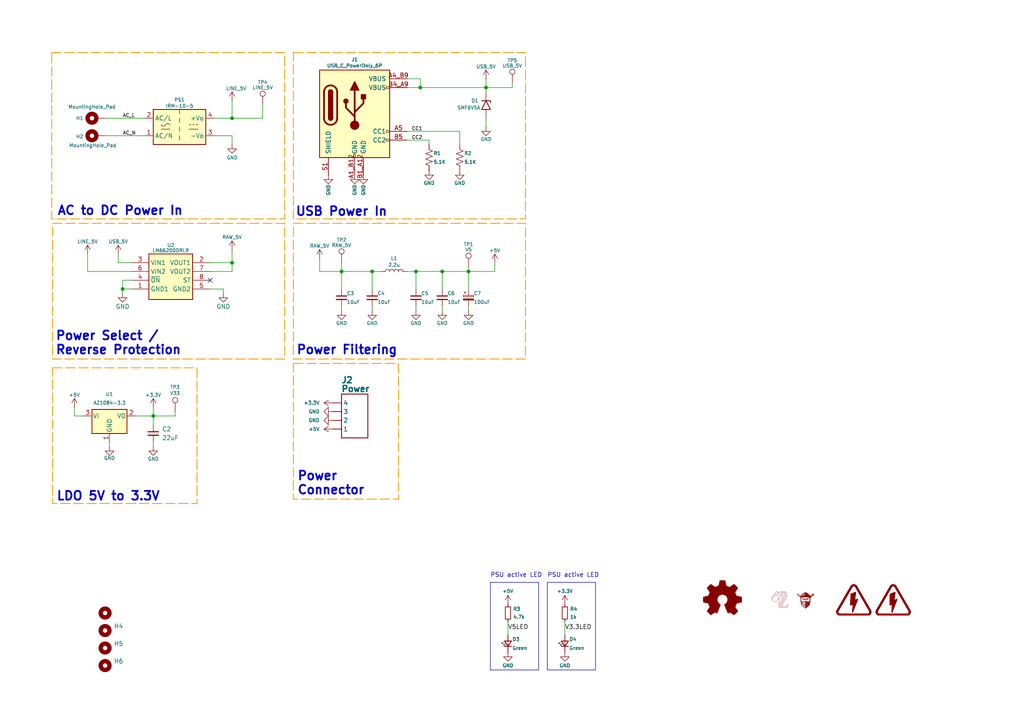
<source format=kicad_sch>
(kicad_sch (version 20250114) (generator "eeschema") (generator_version "9.0")
  (paper "A4")
  (title_block (title "Power Module") (date "2025-03-22") (rev "1.0") (company "CRG Makes") (comment 1 "Aquarius"))
  (lib_symbols
    (symbol "CRG Makes:IRM-10-5"
      (property "Reference" "PS" (at 0 6.35 0))
      (property "Value" "IRM-10-5" (at 0 -6.35 0))
      (symbol "IRM-10-5_1_1"
        (pin power_in line (at -10.16 2.54 0) (length 2.54) (name "AC/L") (number "2"))
        (pin power_in line (at -10.16 -2.54 0) (length 2.54) (name "AC/N") (number "1"))
        (pin power_out line (at 10.16 2.54 180) (length 2.54) (name "+Vo") (number "4"))
        (pin power_out line (at 10.16 -2.54 180) (length 2.54) (name "-Vo") (number "3"))
      )
    )
    (symbol "CRGM Connector:JST-SH-4"
      (property "Reference" "J" (at 0 2.794 0))
      (symbol "JST-SH-4_1_0"
        (pin passive line (at -2.54 0 0) (length 2.54) (name "4") (number "4"))
        (pin passive line (at -2.54 -2.54 0) (length 2.54) (name "3") (number "3"))
        (pin passive line (at -2.54 -5.08 0) (length 2.54) (name "2") (number "2"))
        (pin passive line (at -2.54 -7.62 0) (length 2.54) (name "1") (number "1"))
      )
    )
    (symbol "CRGM Connector:USB_C_PowerOnly_6P" (pin_names (offset 1.016))
      (property "Reference" "J" (at 0 16.51 0))
      (property "Value" "USB_C_PowerOnly_6P" (at 0 13.97 0))
      (symbol "USB_C_PowerOnly_6P_1_1"
        (pin passive line (at -7.62 -17.78 90) (length 5.08) (name "SHIELD") (number "S1"))
        (pin passive line (at 0 -17.78 90) (length 5.08) (name "GND") (number "A1_B12"))
        (pin passive line (at 2.54 -17.78 90) (length 5.08) (name "GND") (number "B1_A12"))
        (pin passive line (at 15.24 10.16 180) (length 5.08) (name "VBUS") (number "A4_B9"))
        (pin passive line (at 15.24 7.62 180) (length 5.08) (name "VBUS") (number "B4_A9"))
        (pin bidirectional line (at 15.24 -5.08 180) (length 5.08) (name "CC1") (number "A5"))
        (pin bidirectional line (at 15.24 -7.62 180) (length 5.08) (name "CC2") (number "B5"))
      )
    )
    (symbol "CRGM Logos:Aquarius Logo")
    (symbol "CRGM Logos:FNWW Face")
    (symbol "CRGM Power:AZ1084-3.3" (pin_names (offset 0.254))
      (property "Reference" "U" (at -3.81 3.175 0))
      (property "Value" "AZ1084-3.3" (at 0 3.175 0))
      (symbol "AZ1084-3.3_1_1"
        (pin power_in line (at -7.62 0 0) (length 2.54) (name "VI") (number "3"))
        (pin power_in line (at 0 -7.62 90) (length 2.54) (name "GND") (number "1"))
        (pin power_out line (at 7.62 0 180) (length 2.54) (name "VO") (number "2"))
      )
    )
    (symbol "CRGM Power:LM66200DRLR"
      (property "Reference" "U" (at -6.096 10.922 0))
      (property "Value" "LM66200DRLR" (at -6.096 8.382 0))
      (symbol "LM66200DRLR_1_1"
        (pin passive line (at -11.43 3.81 0) (length 5.08) (name "VIN1") (number "3"))
        (pin passive line (at -11.43 1.27 0) (length 5.08) (name "VIN2") (number "6"))
        (pin passive line (at -11.43 -1.27 0) (length 5.08) (name "~{ON}") (number "4"))
        (pin passive line (at -11.43 -3.81 0) (length 5.08) (name "GND1") (number "1"))
        (pin passive line (at 11.43 3.81 180) (length 5.08) (name "VOUT1") (number "2"))
        (pin passive line (at 11.43 1.27 180) (length 5.08) (name "VOUT2") (number "7"))
        (pin passive line (at 11.43 -1.27 180) (length 5.08) (name "ST") (number "8"))
        (pin passive line (at 11.43 -3.81 180) (length 5.08) (name "GND2") (number "5"))
      )
    )
    (symbol "CRGM Symbols:High Voltage")
    (symbol "Connector:TestPoint" (pin_numbers (hide yes)) (pin_names (offset 0.762) (hide yes))
      (property "Reference" "TP" (at 0 6.858 0))
      (property "Value" "TestPoint" (at 0 5.08 0))
      (symbol "TestPoint_1_1"
        (pin passive line (at 0 0 90) (length 2.54) (name "1") (number "1"))
      )
    )
    (symbol "Device:C_Polarized_Small" (pin_numbers (hide yes)) (pin_names (offset 0.254) (hide yes))
      (property "Reference" "C" (at 0.254 1.778 0))
      (property "Value" "C_Polarized_Small" (at 0.254 -2.032 0))
      (symbol "C_Polarized_Small_1_1"
        (pin passive line (at 0 2.54 270) (length 1.8542) (name "~") (number "1"))
        (pin passive line (at 0 -2.54 90) (length 1.8542) (name "~") (number "2"))
      )
    )
    (symbol "Device:C_Small" (pin_numbers (hide yes)) (pin_names (offset 0.254) (hide yes))
      (property "Reference" "C" (at 0.254 1.778 0))
      (property "Value" "C_Small" (at 0.254 -2.032 0))
      (symbol "C_Small_1_1"
        (pin passive line (at 0 2.54 270) (length 2.032) (name "~") (number "1"))
        (pin passive line (at 0 -2.54 90) (length 2.032) (name "~") (number "2"))
      )
    )
    (symbol "Device:L" (pin_numbers (hide yes)) (pin_names (offset 1.016) (hide yes))
      (property "Reference" "L" (at -1.27 0 90))
      (property "Value" "L" (at 1.905 0 90))
      (symbol "L_1_1"
        (pin passive line (at 0 3.81 270) (length 1.27) (name "1") (number "1"))
        (pin passive line (at 0 -3.81 90) (length 1.27) (name "2") (number "2"))
      )
    )
    (symbol "Device:LED_Small" (pin_numbers (hide yes)) (pin_names (offset 0.254) (hide yes))
      (property "Reference" "D" (at -1.27 3.175 0))
      (property "Value" "LED_Small" (at -4.445 -2.54 0))
      (symbol "LED_Small_1_1"
        (pin passive line (at -2.54 0 0) (length 1.778) (name "K") (number "1"))
        (pin passive line (at 2.54 0 180) (length 1.778) (name "A") (number "2"))
      )
    )
    (symbol "Device:R_Small" (pin_numbers (hide yes)) (pin_names (offset 0.254) (hide yes))
      (property "Reference" "R" (at 0.762 0.508 0))
      (property "Value" "R_Small" (at 0.762 -1.016 0))
      (symbol "R_Small_1_1"
        (pin passive line (at 0 2.54 270) (length 0.762) (name "~") (number "1"))
        (pin passive line (at 0 -2.54 90) (length 0.762) (name "~") (number "2"))
      )
    )
    (symbol "Device:R_US" (pin_numbers (hide yes)) (pin_names (offset 0))
      (property "Reference" "R" (at 2.54 0 90))
      (property "Value" "R_US" (at -2.54 0 90))
      (symbol "R_US_1_1"
        (pin passive line (at 0 3.81 270) (length 1.27) (name "~") (number "1"))
        (pin passive line (at 0 -3.81 90) (length 1.27) (name "~") (number "2"))
      )
    )
    (symbol "Diode:SMF6V5A" (pin_numbers (hide yes)) (pin_names (offset 1.016) (hide yes))
      (property "Reference" "D" (at 0 2.54 0))
      (property "Value" "SMF6V5A" (at 0 -2.54 0))
      (symbol "SMF6V5A_1_1"
        (pin passive line (at -3.81 0 0) (length 2.54) (name "A1") (number "1"))
        (pin passive line (at 3.81 0 180) (length 2.54) (name "A2") (number "2"))
      )
    )
    (symbol "Graphic:Logo_Open_Hardware_Small" (in_bom no) (on_board no))
    (symbol "Mechanical:MountingHole" (pin_names (offset 1.016)) (exclude_from_sim yes) (in_bom no)
      (property "Reference" "H" (at 0 5.08 0))
      (property "Value" "MountingHole" (at 0 3.175 0))
    )
    (symbol "Mechanical:MountingHole_Pad" (pin_numbers (hide yes)) (pin_names (offset 1.016) (hide yes)) (exclude_from_sim yes) (in_bom no)
      (property "Reference" "H" (at 0 6.35 0))
      (property "Value" "MountingHole_Pad" (at 0 4.445 0))
      (symbol "MountingHole_Pad_1_1"
        (pin input line (at 0 -2.54 90) (length 2.54) (name "1") (number "1"))
      )
    )
    (symbol "power:+3.3V" (power) (pin_numbers (hide yes)) (pin_names (offset 0) (hide yes))
      (property "Value" "+3.3V" (at 0 3.556 0))
      (symbol "+3.3V_1_1"
        (pin power_in line (at 0 0 90) (length 0) (name "~") (number "1"))
      )
    )
    (symbol "power:+5V" (power) (pin_numbers (hide yes)) (pin_names (offset 0) (hide yes))
      (property "Value" "+5V" (at 0 3.556 0))
      (symbol "+5V_1_1"
        (pin power_in line (at 0 0 90) (length 0) (name "~") (number "1"))
      )
    )
    (symbol "power:GND" (power) (pin_numbers (hide yes)) (pin_names (offset 0) (hide yes))
      (property "Value" "GND" (at 0 -3.81 0))
      (symbol "GND_1_1"
        (pin power_in line (at 0 0 270) (length 0) (name "~") (number "1"))
      )
    )
  )
  (rectangle (start 15 15.24) (end 82.55 63.5) (stroke (width 0.254) (type dash) (color 255 153 0 1)))
  (rectangle (start 85.09 105.41) (end 115.57 144.78) (stroke (width 0.254) (type dash) (color 255 153 0 1)))
  (rectangle (start 15.24 106.68) (end 57.15 146.05) (stroke (width 0.254) (type dash) (color 255 153 0 1)))
  (rectangle (start 15.24 64.77) (end 82.55 104.14) (stroke (width 0.254) (type dash) (color 255 153 0 1)))
  (rectangle (start 85.09 64.77) (end 152.4 104.14) (stroke (width 0.254) (type dash) (color 255 153 0 1)))
  (rectangle (start 85.09 15.24) (end 152.4 63.5) (stroke (width 0.254) (type dash) (color 255 153 0 1)))
  (text "AC to DC Power In" (at 16.51 61.214 0) (effects (font (size 2.54 2.54) (thickness 0.508) (bold yes)) (justify left)))
  (text "Power Filtering" (at 85.852 101.6 0) (effects (font (size 2.54 2.54) (thickness 0.508) (bold yes)) (justify left)))
  (text "Power\nConnector" (at 86.106 140.208 0) (effects (font (size 2.54 2.54) (thickness 0.508) (bold yes)) (justify left)))
  (text "USB Power In" (at 85.598 61.468 0) (effects (font (size 2.54 2.54) (thickness 0.508) (bold yes)) (justify left)))
  (text "PSU active LED" (at 158.75 167.64 0) (effects (font (size 1.27 1.27)) (justify left bottom)))
  (text "LDO 5V to 3.3V" (at 16.256 144.018 0) (effects (font (size 2.54 2.54) (thickness 0.508) (bold yes)) (justify left)))
  (text "Power Select /\nReverse Protection" (at 16.002 99.568 0) (effects (font (size 2.54 2.54) (thickness 0.508) (bold yes)) (justify left)))
  (text "PSU active LED" (at 142.24 167.64 0) (effects (font (size 1.27 1.27)) (justify left bottom)))
  (junction (at 135.89 78.74))
  (junction (at 67.31 76.2))
  (junction (at 121.92 25.4))
  (junction (at 107.95 78.74))
  (junction (at 35.56 83.82))
  (junction (at 99.06 78.74))
  (junction (at 120.65 78.74))
  (junction (at 67.31 34.29))
  (junction (at 44.45 120.65))
  (junction (at 140.97 25.4))
  (junction (at 128.27 78.74))
  (no_connect (at 60.96 81.28))
  (wire (pts (xy 44.45 118.11) (xy 44.45 120.65)))
  (wire (pts (xy 140.97 26.67) (xy 140.97 25.4)))
  (polyline (pts (xy 172.72 194.31) (xy 158.75 194.31)))
  (wire (pts (xy 99.06 78.74) (xy 99.06 83.82)))
  (wire (pts (xy 140.97 25.4) (xy 140.97 22.86)))
  (wire (pts (xy 34.29 76.2) (xy 34.29 73.66)))
  (wire (pts (xy 107.95 78.74) (xy 110.49 78.74)))
  (wire (pts (xy 76.2 30.48) (xy 76.2 34.29)))
  (wire (pts (xy 92.71 78.74) (xy 92.71 74.93)))
  (wire (pts (xy 120.65 88.9) (xy 120.65 90.17)))
  (wire (pts (xy 120.65 78.74) (xy 128.27 78.74)))
  (wire (pts (xy 148.59 24.13) (xy 148.59 25.4)))
  (wire (pts (xy 30.48 34.29) (xy 41.91 34.29)))
  (wire (pts (xy 135.89 83.82) (xy 135.89 78.74)))
  (wire (pts (xy 107.95 83.82) (xy 107.95 78.74)))
  (wire (pts (xy 50.8 120.65) (xy 50.8 119.38)))
  (wire (pts (xy 60.96 78.74) (xy 67.31 78.74)))
  (wire (pts (xy 124.46 40.64) (xy 124.46 41.91)))
  (wire (pts (xy 148.59 25.4) (xy 140.97 25.4)))
  (wire (pts (xy 133.35 38.1) (xy 133.35 41.91)))
  (wire (pts (xy 60.96 83.82) (xy 64.77 83.82)))
  (wire (pts (xy 67.31 39.37) (xy 62.23 39.37)))
  (polyline (pts (xy 156.21 194.31) (xy 142.24 194.31)))
  (wire (pts (xy 120.65 78.74) (xy 120.65 83.82)))
  (wire (pts (xy 67.31 34.29) (xy 76.2 34.29)))
  (wire (pts (xy 99.06 88.9) (xy 99.06 90.17)))
  (wire (pts (xy 163.83 184.15) (xy 163.83 180.34)))
  (wire (pts (xy 147.32 184.15) (xy 147.32 180.34)))
  (wire (pts (xy 135.89 77.47) (xy 135.89 78.74)))
  (polyline (pts (xy 172.72 168.91) (xy 172.72 194.31)))
  (wire (pts (xy 60.96 76.2) (xy 67.31 76.2)))
  (wire (pts (xy 44.45 128.27) (xy 44.45 129.54)))
  (wire (pts (xy 118.11 40.64) (xy 124.46 40.64)))
  (wire (pts (xy 99.06 78.74) (xy 107.95 78.74)))
  (polyline (pts (xy 158.75 168.91) (xy 158.75 194.31)))
  (wire (pts (xy 67.31 29.21) (xy 67.31 34.29)))
  (wire (pts (xy 128.27 83.82) (xy 128.27 78.74)))
  (wire (pts (xy 118.11 22.86) (xy 121.92 22.86)))
  (wire (pts (xy 44.45 120.65) (xy 44.45 123.19)))
  (wire (pts (xy 38.1 83.82) (xy 35.56 83.82)))
  (wire (pts (xy 121.92 22.86) (xy 121.92 25.4)))
  (wire (pts (xy 25.4 78.74) (xy 25.4 73.66)))
  (wire (pts (xy 31.75 129.54) (xy 31.75 128.27)))
  (wire (pts (xy 67.31 72.39) (xy 67.31 76.2)))
  (wire (pts (xy 35.56 81.28) (xy 35.56 83.82)))
  (wire (pts (xy 118.11 78.74) (xy 120.65 78.74)))
  (polyline (pts (xy 156.21 168.91) (xy 156.21 194.31)))
  (wire (pts (xy 44.45 120.65) (xy 50.8 120.65)))
  (wire (pts (xy 38.1 81.28) (xy 35.56 81.28)))
  (wire (pts (xy 62.23 34.29) (xy 67.31 34.29)))
  (polyline (pts (xy 158.75 168.91) (xy 172.72 168.91)))
  (wire (pts (xy 107.95 88.9) (xy 107.95 90.17)))
  (wire (pts (xy 21.59 120.65) (xy 24.13 120.65)))
  (wire (pts (xy 128.27 78.74) (xy 135.89 78.74)))
  (wire (pts (xy 67.31 41.91) (xy 67.31 39.37)))
  (wire (pts (xy 143.51 78.74) (xy 143.51 76.2)))
  (polyline (pts (xy 142.24 168.91) (xy 156.21 168.91)))
  (wire (pts (xy 99.06 76.2) (xy 99.06 78.74)))
  (wire (pts (xy 118.11 25.4) (xy 121.92 25.4)))
  (wire (pts (xy 121.92 25.4) (xy 140.97 25.4)))
  (wire (pts (xy 64.77 83.82) (xy 64.77 85.09)))
  (wire (pts (xy 135.89 78.74) (xy 143.51 78.74)))
  (wire (pts (xy 92.71 78.74) (xy 99.06 78.74)))
  (wire (pts (xy 39.37 120.65) (xy 44.45 120.65)))
  (wire (pts (xy 135.89 88.9) (xy 135.89 90.17)))
  (wire (pts (xy 21.59 118.11) (xy 21.59 120.65)))
  (wire (pts (xy 30.48 39.37) (xy 41.91 39.37)))
  (wire (pts (xy 35.56 83.82) (xy 35.56 85.09)))
  (wire (pts (xy 38.1 76.2) (xy 34.29 76.2)))
  (polyline (pts (xy 142.24 168.91) (xy 142.24 194.31)))
  (wire (pts (xy 128.27 88.9) (xy 128.27 90.17)))
  (wire (pts (xy 140.97 34.29) (xy 140.97 36.83)))
  (wire (pts (xy 38.1 78.74) (xy 25.4 78.74)))
  (wire (pts (xy 67.31 78.74) (xy 67.31 76.2)))
  (wire (pts (xy 118.11 38.1) (xy 133.35 38.1)))
  (label "AC_N" (at 35.56 39.37 0) (effects (font (size 1 1))))
  (label "CC1" (at 119.38 38.1 0) (effects (font (size 1 1))))
  (label "V5LED" (at 147.32 182.88 0))
  (label "CC2" (at 119.38 40.64 0) (effects (font (size 1 1))))
  (label "V3.3LED" (at 163.83 182.88 0))
  (label "AC_L" (at 35.56 34.29 0) (effects (font (size 1 1))))
  (symbol (lib_id "power:GND") (at 163.83 189.23 0) (unit 1)
    (property "Reference" "#PWR028" (effects (hide yes)))
    (property "Value" "GND" (at 163.83 193.04 0) (effects (font (size 1 1))))
  )
  (symbol (lib_id "Connector:TestPoint") (at 99.06 76.2 0) (mirror y) (unit 1) (in_bom no)
    (property "Reference" "TP2" (at 99.06 69.596 0) (effects (font (size 1 1))))
    (property "Value" "RAW_5V" (at 99.06 71.12 0) (effects (font (size 1 1))))
    (property "Footprint" "TestPoint:TestPoint_Pad_D1.0mm" (effects (hide yes)))
    (property "Description" "test point" (effects (hide yes)))
  )
  (symbol (lib_id "Mechanical:MountingHole") (at 30.48 177.8 0) (unit 1) (in_bom no)
    (property "Reference" "H3" (effects (hide yes)))
    (property "Value" "MountingHole" (effects (hide yes)))
    (property "Footprint" "CRGM Mechanical:MountingHole_3.2mm_M3_Pad_Via" (effects (hide yes)))
    (property "Description" "Mounting Hole without connection" (effects (hide yes)))
  )
  (symbol (lib_id "power:GND") (at 140.97 36.83 0) (unit 1)
    (property "Reference" "#PWR02" (effects (hide yes)))
    (property "Value" "GND" (at 140.97 40.386 0) (effects (font (size 1 1))))
  )
  (symbol (lib_id "Device:C_Small") (at 44.45 125.73 0) (unit 1)
    (property "Reference" "C2" (at 46.99 124.46 0) (effects (justify left)))
    (property "Value" "22uF" (at 46.99 127 0) (effects (justify left)))
    (property "Footprint" "Capacitor_SMD:C_0603_1608Metric" (effects (hide yes)))
    (property "Datasheet" "https://www.mouser.com/datasheet/2/585/MLCC-1837944.pdf" (effects (hide yes)))
    (property "Description" "CAP CER 22UF 16V X5R 0603" (effects (hide yes)))
    (property "MF" "Samsung" (effects (hide yes)))
    (property "MPN" "CL10A226MO7JZNC" (effects (hide yes)))
    (property "LCSC" "C2762594" (effects (hide yes)))
    (property "Digikey" "1276-7076-2-ND" (effects (hide yes)))
    (property "Mouser" "187-CL10A226MO7JZNC" (effects (hide yes)))
  )
  (symbol (lib_id "power:+5V") (at 143.51 76.2 0) (unit 1)
    (property "Reference" "#PWR09" (effects (hide yes)))
    (property "Value" "+5V" (at 143.51 72.644 0) (effects (font (size 1 1))))
    (property "Description" "Power symbol creates a global label with name \"+5V\"" (effects (hide yes)))
  )
  (symbol (lib_id "power:+5V") (at 96.52 124.46 90) (unit 1)
    (property "Reference" "#PWR015" (effects (hide yes)))
    (property "Value" "+5V" (at 92.71 124.4599 90) (effects (font (size 1 1)) (justify left)))
    (property "Description" "Power symbol creates a global label with name \"+5V\"" (effects (hide yes)))
  )
  (symbol (lib_id "power:GND") (at 107.95 90.17 0) (unit 1)
    (property "Reference" "#PWR021" (effects (hide yes)))
    (property "Value" "GND" (at 107.95 93.726 0) (effects (font (size 1 1))))
  )
  (symbol (lib_id "power:GND") (at 95.25 50.8 0) (unit 1)
    (property "Reference" "#PWR06" (effects (hide yes)))
    (property "Value" "GND" (at 95.25 55.118 90) (effects (font (size 1 1))))
    (property "Description" "Power symbol creates a global label with name \"GND\" , ground" (effects (hide yes)))
  )
  (symbol (lib_id "Device:R_Small") (at 147.32 177.8 0) (unit 1)
    (property "Reference" "R3" (at 148.8186 176.6316 0) (effects (font (size 1 1)) (justify left)))
    (property "Value" "4.7k" (at 148.8186 178.943 0) (effects (font (size 1 1)) (justify left)))
    (property "Footprint" "Resistor_SMD:R_0603_1608Metric" (effects (hide yes)))
    (property "Datasheet" "https://www.vishay.com/docs/28773/crcwce3.pdf" (effects (hide yes)))
    (property "Description" "Thick Film Resistors - SMD 1/10Watt 4.7Kohms 5% Commercial Use" (effects (hide yes)))
    (property "MN" "FOJAN" (effects (hide yes)))
    (property "MPN" "FRC0603J472 TS" (effects (hide yes)))
    (property "Mouser" "71-CRCW06034K70JNEAC" (effects (hide yes)))
    (property "Digikey" "541-3993-2-ND" (effects (hide yes)))
    (property "LCSC" "C2907166" (effects (hide yes)))
  )
  (symbol (lib_id "power:+3.3V") (at 96.52 116.84 90) (unit 1)
    (property "Reference" "#PWR012" (effects (hide yes)))
    (property "Value" "+3.3V" (at 92.71 116.8399 90) (effects (font (size 1 1)) (justify left)))
    (property "Description" "Power symbol creates a global label with name \"+3.3V\"" (effects (hide yes)))
  )
  (symbol (lib_id "power:GND") (at 128.27 90.17 0) (unit 1)
    (property "Reference" "#PWR023" (effects (hide yes)))
    (property "Value" "GND" (at 128.27 93.726 0) (effects (font (size 1 1))))
  )
  (symbol (lib_id "power:+5V") (at 67.31 72.39 0) (unit 1)
    (property "Reference" "#PWR032" (effects (hide yes)))
    (property "Value" "RAW_5V" (at 67.31 69.342 0) (effects (font (size 1 1)) (justify bottom)))
    (property "Description" "Power symbol creates a global label with name \"+5V\"" (effects (hide yes)))
  )
  (symbol (lib_id "power:GND") (at 96.52 119.38 270) (unit 1)
    (property "Reference" "#PWR013" (effects (hide yes)))
    (property "Value" "GND" (at 92.71 119.3799 90) (effects (font (size 1 1)) (justify right)))
    (property "Description" "Power symbol creates a global label with name \"GND\" , ground" (effects (hide yes)))
  )
  (symbol (lib_id "power:GND") (at 133.35 49.53 0) (unit 1)
    (property "Reference" "#PWR05" (effects (hide yes)))
    (property "Value" "GND" (at 133.35 53.086 0) (effects (font (size 1 1))))
    (property "Description" "Power symbol creates a global label with name \"GND\" , ground" (effects (hide yes)))
  )
  (symbol (lib_id "Graphic:Logo_Open_Hardware_Small") (at 209.55 173.99 0) (unit 1) (in_bom no)
    (property "Reference" "LOGO2" (effects (hide yes)))
    (property "Value" "Logo_Open_Hardware_Small" (effects (hide yes)))
    (property "Footprint" "Symbol:OSHW-Logo_5.7x6mm_SilkScreen" (effects (hide yes)))
    (property "Description" "Open Hardware logo, small" (effects (hide yes)))
  )
  (symbol (lib_id "power:GND") (at 99.06 90.17 0) (unit 1)
    (property "Reference" "#PWR020" (effects (hide yes)))
    (property "Value" "GND" (at 99.06 93.726 0) (effects (font (size 1 1))))
  )
  (symbol (lib_id "power:GND") (at 64.77 85.09 0) (unit 1)
    (property "Reference" "#PWR031" (effects (hide yes)))
    (property "Value" "GND" (at 64.77 88.9 0))
    (property "Description" "Power symbol creates a global label with name \"GND\" , ground" (effects (hide yes)))
  )
  (symbol (lib_id "Device:L") (at 114.3 78.74 90) (unit 1)
    (property "Reference" "L1" (at 114.3 74.93 90) (effects (font (size 1 1))))
    (property "Value" "2.2u" (at 114.3 76.835 90) (effects (font (size 1 1))))
    (property "Footprint" "Inductor_SMD:L_Sunlord_MWSA0402S" (effects (hide yes)))
    (property "Datasheet" "https://jlcpcb.com/api/file/downloadByFileSystemAccessId/8552174640249257984" (effects (hide yes)))
    (property "Description" "4.5A 2.2uH ±20% 5A SMD,4.4x4.2mm Power Inductors" (effects (hide yes)))
    (property "MN" "Sunlord" (effects (hide yes)))
    (property "MPN" "MWSA0402S-2R2MT" (effects (hide yes)))
    (property "JLCPCB" "C408335" (effects (hide yes)))
    (property "LCSC" "C408335" (effects (hide yes)))
    (property "Mouser" "673-PA4332222NLT" (effects (hide yes)))
    (property "Digikey" "553-3290-2-ND" (effects (hide yes)))
  )
  (symbol (lib_id "Device:C_Small") (at 107.95 86.36 0) (unit 1)
    (property "Reference" "C4" (at 109.474 85.09 0) (effects (font (size 1 1)) (justify left)))
    (property "Value" "10uF" (at 109.474 87.63 0) (effects (font (size 1 1)) (justify left)))
    (property "Footprint" "Capacitor_SMD:C_0603_1608Metric" (effects (hide yes)))
    (property "Datasheet" "https://mm.digikey.com/Volume0/opasdata/d220001/medias/docus/43/CL10A106MO8NQNC_Spec.pdf" (effects (hide yes)))
    (property "Description" "CAP CER 10UF 16V X5R 0603" (effects (hide yes)))
    (property "MF" "Samsung" (effects (hide yes)))
    (property "MPN" "CL10A106MO8NQNC" (effects (hide yes)))
    (property "LCSC" "C92487" (effects (hide yes)))
    (property "Digikey" "1276-1870-2-ND" (effects (hide yes)))
    (property "Mouser" "187-CL10A106MO8NQNC" (effects (hide yes)))
  )
  (symbol (lib_id "Device:C_Polarized_Small") (at 135.89 86.36 0) (unit 1)
    (property "Reference" "C7" (at 137.414 85.09 0) (effects (font (size 1 1)) (justify left)))
    (property "Value" "100uF" (at 137.414 87.63 0) (effects (font (size 1 1)) (justify left)))
    (property "Footprint" "Capacitor_SMD:CP_Elec_6.3x7.7" (effects (hide yes)))
    (property "Datasheet" "https://www.nichicon.co.jp/english/series_items/catalog_pdf/e-uwt.pdf" (effects (hide yes)))
    (property "Description" "100uF 35V ±20% SMD,D6.3xL7.7mm Aluminum Electrolytic Capacitors" (effects (hide yes)))
    (property "JLCPCB" "C3339" (effects (hide yes)))
    (property "LCSC" "C3339" (effects (hide yes)))
    (property "Mouser" "647-UWT1V101MCL1S" (effects (hide yes)))
    (property "Digikey" "493-2203-2-ND" (effects (hide yes)))
    (property "Notes" "35V/Aluminum" (effects (hide yes)))
  )
  (symbol (lib_id "CRGM Symbols:High Voltage") (at 247.65 173.99 0) (unit 1) (in_bom no)
    (property "Reference" "S1" (effects (hide yes)))
    (property "Footprint" "CRGM Symbols:HIGH-VOLTAGE-5MM" (effects (hide yes)))
  )
  (symbol (lib_id "Mechanical:MountingHole") (at 30.48 187.96 0) (unit 1) (in_bom no)
    (property "Reference" "H5" (at 33.02 186.6899 0) (effects (justify left)))
    (property "Value" "MountingHole" (effects (hide yes)))
    (property "Footprint" "CRGM Mechanical:MountingHole_3.2mm_M3_Pad_Via" (effects (hide yes)))
    (property "Description" "Mounting Hole without connection" (effects (hide yes)))
  )
  (symbol (lib_id "power:+5V") (at 140.97 22.86 0) (unit 1)
    (property "Reference" "#PWR019" (effects (hide yes)))
    (property "Value" "USB_5V" (at 140.97 19.304 0) (effects (font (size 1 1))))
    (property "Description" "Power symbol creates a global label with name \"+5V\"" (effects (hide yes)))
  )
  (symbol (lib_id "power:GND") (at 102.87 50.8 0) (unit 1)
    (property "Reference" "#PWR07" (effects (hide yes)))
    (property "Value" "GND" (at 102.87 55.118 90) (effects (font (size 1 1))))
    (property "Description" "Power symbol creates a global label with name \"GND\" , ground" (effects (hide yes)))
  )
  (symbol (lib_id "power:GND") (at 120.65 90.17 0) (unit 1)
    (property "Reference" "#PWR022" (effects (hide yes)))
    (property "Value" "GND" (at 120.65 93.726 0) (effects (font (size 1 1))))
  )
  (symbol (lib_id "power:GND") (at 96.52 121.92 270) (unit 1)
    (property "Reference" "#PWR014" (effects (hide yes)))
    (property "Value" "GND" (at 92.71 121.9199 90) (effects (font (size 1 1)) (justify right)))
    (property "Description" "Power symbol creates a global label with name \"GND\" , ground" (effects (hide yes)))
  )
  (symbol (lib_id "power:+5V") (at 147.32 175.26 0) (unit 1)
    (property "Reference" "#PWR025" (effects (hide yes)))
    (property "Value" "+5V" (at 147.32 171.45 0) (effects (font (size 1 1))))
  )
  (symbol (lib_id "power:+5V") (at 21.59 118.11 0) (unit 1)
    (property "Reference" "#PWR010" (effects (hide yes)))
    (property "Value" "+5V" (at 21.59 114.554 0) (effects (font (size 1 1))))
    (property "Description" "Power symbol creates a global label with name \"+5V\"" (effects (hide yes)))
  )
  (symbol (lib_id "Device:C_Small") (at 128.27 86.36 0) (unit 1)
    (property "Reference" "C6" (at 129.794 85.09 0) (effects (font (size 1 1)) (justify left)))
    (property "Value" "10uF" (at 129.794 87.63 0) (effects (font (size 1 1)) (justify left)))
    (property "Footprint" "Capacitor_SMD:C_0603_1608Metric" (effects (hide yes)))
    (property "Datasheet" "https://mm.digikey.com/Volume0/opasdata/d220001/medias/docus/43/CL10A106MO8NQNC_Spec.pdf" (effects (hide yes)))
    (property "Description" "CAP CER 10UF 16V X5R 0603" (effects (hide yes)))
    (property "MF" "Samsung" (effects (hide yes)))
    (property "MPN" "CL10A106MO8NQNC" (effects (hide yes)))
    (property "LCSC" "C92487" (effects (hide yes)))
    (property "Digikey" "1276-1870-2-ND" (effects (hide yes)))
    (property "Mouser" "187-CL10A106MO8NQNC" (effects (hide yes)))
  )
  (symbol (lib_id "power:GND") (at 44.45 129.54 0) (unit 1)
    (property "Reference" "#PWR018" (effects (hide yes)))
    (property "Value" "GND" (at 44.45 133.096 0) (effects (font (size 1 1))))
    (property "Description" "Power symbol creates a global label with name \"GND\" , ground" (effects (hide yes)))
  )
  (symbol (lib_id "CRGM Logos:FNWW Face") (at 233.68 176.53 0) (unit 1) (in_bom no)
    (property "Reference" "LOGO1" (effects (hide yes)))
    (property "Footprint" "CRGM Logos:FNWW Face 10mm" (effects (hide yes)))
  )
  (symbol (lib_id "Diode:SMF6V5A") (at 140.97 30.48 270) (unit 1)
    (property "Reference" "D1" (at 136.652 29.21 90) (effects (font (size 1 1)) (justify left)))
    (property "Value" "SMF6V5A" (at 132.588 31.242 90) (effects (font (size 1 1)) (justify left)))
    (property "Footprint" "Diode_SMD:D_SOD-123F" (effects (hide yes)))
    (property "Datasheet" "https://www.littelfuse.com/assetdocs/tvs-diodes-smf-datasheet?assetguid=7EB8A5B6-BDD0-4561-8F19-0C3CC6F9B2AF" (effects (hide yes)))
    (property "Description" "17.9A 200W 11.2V 7.22V 6.5V SOD-123FL ESD and Surge Protection" (effects (hide yes)))
    (property "MN" "Little Fuse" (effects (hide yes)))
    (property "MPN" "SMF6.5A" (effects (hide yes)))
    (property "LCSC" "C2943842" (effects (hide yes)))
    (property "JLCPCB" "C2943842" (effects (hide yes)))
    (property "JLCPCB Datasheet" "https://jlcpcb.com/api/file/downloadByFileSystemAccessId/8590221699737153536" (effects (hide yes)))
    (property "Mouser PN" "576-SMF6.5A" (effects (hide yes)))
    (property "Digikey PN" "F5750TR-ND" (effects (hide yes)))
  )
  (symbol (lib_id "Device:R_US") (at 124.46 45.72 0) (unit 1)
    (property "Reference" "R1" (at 125.73 44.45 0) (effects (font (size 1 1)) (justify left)))
    (property "Value" "5.1K" (at 125.73 46.99 0) (effects (font (size 1 1)) (justify left)))
    (property "Footprint" "Resistor_SMD:R_0603_1608Metric" (effects (hide yes)))
    (property "Datasheet" "https://jlcpcb.com/api/file/downloadByFileSystemAccessId/8589837035717488640" (effects (hide yes)))
    (property "Description" "100mW Thick Film Resistors 75V ±100ppm/℃ ±5% 5.1kΩ 0603 Chip Resistor" (effects (hide yes)))
    (property "MF" "FOJAN" (effects (hide yes)))
    (property "MPN" "FRC0603J512 TS" (effects (hide yes)))
    (property "LCSC" "C2907114" (effects (hide yes)))
  )
  (symbol (lib_id "power:+5V") (at 34.29 73.66 0) (unit 1)
    (property "Reference" "#PWR029" (effects (hide yes)))
    (property "Value" "USB_5V" (at 34.29 70.612 0) (effects (font (size 1 1)) (justify bottom)))
    (property "Description" "Power symbol creates a global label with name \"+5V\"" (effects (hide yes)))
  )
  (symbol (lib_id "power:GND") (at 67.31 41.91 0) (unit 1)
    (property "Reference" "#PWR03" (effects (hide yes)))
    (property "Value" "GND" (at 67.31 45.72 0) (effects (font (size 1 1))))
    (property "Description" "Power symbol creates a global label with name \"GND\" , ground" (effects (hide yes)))
  )
  (symbol (lib_id "power:+5V") (at 25.4 73.66 0) (unit 1)
    (property "Reference" "#PWR016" (effects (hide yes)))
    (property "Value" "LINE_5V" (at 25.4 70.612 0) (effects (font (size 1 1)) (justify bottom)))
    (property "Description" "Power symbol creates a global label with name \"+5V\"" (effects (hide yes)))
  )
  (symbol (lib_id "Device:C_Small") (at 120.65 86.36 0) (unit 1)
    (property "Reference" "C5" (at 122.174 85.09 0) (effects (font (size 1 1)) (justify left)))
    (property "Value" "10uF" (at 122.174 87.63 0) (effects (font (size 1 1)) (justify left)))
    (property "Footprint" "Capacitor_SMD:C_0603_1608Metric" (effects (hide yes)))
    (property "Datasheet" "https://mm.digikey.com/Volume0/opasdata/d220001/medias/docus/43/CL10A106MO8NQNC_Spec.pdf" (effects (hide yes)))
    (property "Description" "CAP CER 10UF 16V X5R 0603" (effects (hide yes)))
    (property "MF" "Samsung" (effects (hide yes)))
    (property "MPN" "CL10A106MO8NQNC" (effects (hide yes)))
    (property "LCSC" "C92487" (effects (hide yes)))
    (property "Digikey" "1276-1870-2-ND" (effects (hide yes)))
    (property "Mouser" "187-CL10A106MO8NQNC" (effects (hide yes)))
  )
  (symbol (lib_id "Device:LED_Small") (at 163.83 186.69 90) (unit 1)
    (property "Reference" "D4" (at 165.1 185.42 90) (effects (font (size 1 1)) (justify right)))
    (property "Value" "Green" (at 165.1 187.96 90) (effects (font (size 1 1)) (justify right)))
    (property "Footprint" "LED_SMD:LED_0603_1608Metric" (effects (hide yes)))
    (property "Datasheet" "https://optoelectronics.liteon.com/upload/download/DS22-2000-228/LTST-C191KGKT.PDF" (effects (hide yes)))
    (property "Description" "LED GREEN CLEAR SMD 2V" (effects (hide yes)))
    (property "MN" "XINGLIGHT" (effects (hide yes)))
    (property "MPN" "XL-1608UGC-04" (effects (hide yes)))
    (property "Mouser" "859-LTST-C191KGKT" (effects (hide yes)))
    (property "Digikey" "160-1446-2-ND" (effects (hide yes)))
    (property "LCSC" "C965804" (effects (hide yes)))
  )
  (symbol (lib_id "power:GND") (at 35.56 85.09 0) (unit 1)
    (property "Reference" "#PWR030" (effects (hide yes)))
    (property "Value" "GND" (at 35.56 88.9 0))
    (property "Description" "Power symbol creates a global label with name \"GND\" , ground" (effects (hide yes)))
  )
  (symbol (lib_id "power:+5V") (at 67.31 29.21 0) (unit 1)
    (property "Reference" "#PWR01" (effects (hide yes)))
    (property "Value" "LINE_5V" (at 65.532 25.654 0) (effects (font (size 1 1)) (justify left)))
    (property "Description" "Power symbol creates a global label with name \"+5V\"" (effects (hide yes)))
  )
  (symbol (lib_id "power:GND") (at 135.89 90.17 0) (unit 1)
    (property "Reference" "#PWR024" (effects (hide yes)))
    (property "Value" "GND" (at 135.89 93.726 0) (effects (font (size 1 1))))
  )
  (symbol (lib_id "power:GND") (at 31.75 129.54 0) (unit 1)
    (property "Reference" "#PWR017" (effects (hide yes)))
    (property "Value" "GND" (at 31.75 132.842 0) (effects (font (size 1 1))))
  )
  (symbol (lib_id "Mechanical:MountingHole") (at 30.48 182.88 0) (unit 1) (in_bom no)
    (property "Reference" "H4" (at 33.02 181.6099 0) (effects (justify left)))
    (property "Value" "MountingHole" (effects (hide yes)))
    (property "Footprint" "CRGM Mechanical:MountingHole_3.2mm_M3_Pad_Via" (effects (hide yes)))
    (property "Description" "Mounting Hole without connection" (effects (hide yes)))
  )
  (symbol (lib_id "Device:C_Small") (at 99.06 86.36 0) (unit 1)
    (property "Reference" "C3" (at 100.584 85.09 0) (effects (font (size 1 1)) (justify left)))
    (property "Value" "10uF" (at 100.584 87.63 0) (effects (font (size 1 1)) (justify left)))
    (property "Footprint" "Capacitor_SMD:C_0603_1608Metric" (effects (hide yes)))
    (property "Datasheet" "https://mm.digikey.com/Volume0/opasdata/d220001/medias/docus/43/CL10A106MO8NQNC_Spec.pdf" (effects (hide yes)))
    (property "Description" "CAP CER 10UF 16V X5R 0603" (effects (hide yes)))
    (property "MF" "Samsung" (effects (hide yes)))
    (property "MPN" "CL10A106MO8NQNC" (effects (hide yes)))
    (property "LCSC" "C92487" (effects (hide yes)))
    (property "Digikey" "1276-1870-2-ND" (effects (hide yes)))
    (property "Mouser" "187-CL10A106MO8NQNC" (effects (hide yes)))
  )
  (symbol (lib_id "CRGM Connector:JST-SH-4") (at 99.06 116.84 0) (unit 1)
    (property "Reference" "J2" (at 98.806 110.236 0) (effects (font (size 1.778 1.778) (thickness 0.3556) (bold yes)) (justify left)))
    (property "Value" "Power" (at 98.806 112.776 0) (effects (font (size 1.778 1.778) (thickness 0.3556) (bold yes)) (justify left)))
    (property "Footprint" "Connector_JST:JST_SH_SM04B-SRSS-TB_1x04-1MP_P1.00mm_Horizontal" (effects (hide yes)))
    (property "Description" "JST SH 1.0mm 4 Position" (effects (hide yes)))
    (property "MN" "JST" (effects (hide yes)))
    (property "MPN" "SM04B-SRSS-TB" (effects (hide yes)))
    (property "LCSC" "C2763614" (effects (hide yes)))
  )
  (symbol (lib_id "CRGM Power:AZ1084-3.3") (at 31.75 120.65 0) (unit 1)
    (property "Reference" "U1" (at 31.75 114.3 0) (effects (font (size 1 1))))
    (property "Value" "AZ1084-3.3" (at 31.75 116.84 0) (effects (font (size 1 1))))
    (property "Footprint" "Package_TO_SOT_SMD:TO-252-2" (effects (hide yes)))
    (property "Datasheet" "https://www.diodes.com/assets/Datasheets/AZ1084.pdf" (effects (hide yes)))
    (property "Description" "5A 12V Fixed LDO Linear Regulator, 1.5V, TO-220/TO-252/TO-263" (effects (hide yes)))
    (property "MN" "Diodes Incorporated" (effects (hide yes)))
    (property "MPN" "AZ1084CD-3.3TRG1" (effects (hide yes)))
    (property "Mouser" "621-AZ1084CD-3.3TRG1" (effects (hide yes)))
    (property "Digikey" "AZ1084CD-3.3TRG1DITR-ND" (effects (hide yes)))
    (property "LCSC" "C151391" (effects (hide yes)))
  )
  (symbol (lib_id "Connector:TestPoint") (at 135.89 77.47 0) (mirror y) (unit 1) (in_bom no)
    (property "Reference" "TP1" (at 135.89 70.866 0) (effects (font (size 1 1))))
    (property "Value" "V5" (at 135.89 72.39 0) (effects (font (size 1 1))))
    (property "Footprint" "TestPoint:TestPoint_Pad_D1.0mm" (effects (hide yes)))
    (property "Description" "test point" (effects (hide yes)))
  )
  (symbol (lib_id "CRGM Symbols:High Voltage") (at 259.08 173.99 0) (unit 1) (in_bom no)
    (property "Reference" "S2" (effects (hide yes)))
    (property "Footprint" "CRGM Symbols:HIGH-VOLTAGE-5MM" (effects (hide yes)))
  )
  (symbol (lib_id "CRGM Connector:USB_C_PowerOnly_6P") (at 102.87 33.02 0) (unit 1)
    (property "Reference" "J1" (at 102.87 17.272 0) (effects (font (size 1 1))))
    (property "Value" "USB_C_PowerOnly_6P" (at 102.87 19.05 0) (effects (font (size 1 1))))
    (property "Footprint" "CRGM Connector:GCT_USB4105-GF-A" (effects (hide yes)))
    (property "Datasheet" "https://www.usb.org/sites/default/files/documents/usb_type-c.zip" (effects (hide yes)))
    (property "Description" "USB Power-Only 6P Type-C Receptacle connector" (effects (hide yes)))
    (property "LCSC" "C165948" (effects (hide yes)))
    (property "MN" "GTC" (effects (hide yes)))
    (property "MPN" "USB4105-GF-A-060" (effects (hide yes)))
    (property "Mouser" "640-USB4105-GF-A-060" (effects (hide yes)))
    (property "Digikey" "2073-USB4105-GF-A-060TR-ND" (effects (hide yes)))
  )
  (symbol (lib_id "power:GND") (at 124.46 49.53 0) (unit 1)
    (property "Reference" "#PWR04" (effects (hide yes)))
    (property "Value" "GND" (at 124.46 53.086 0) (effects (font (size 1 1))))
    (property "Description" "Power symbol creates a global label with name \"GND\" , ground" (effects (hide yes)))
  )
  (symbol (lib_id "power:+5V") (at 92.71 74.93 0) (unit 1)
    (property "Reference" "#PWR033" (effects (hide yes)))
    (property "Value" "RAW_5V" (at 92.71 71.882 0) (effects (font (size 1 1)) (justify bottom)))
    (property "Description" "Power symbol creates a global label with name \"+5V\"" (effects (hide yes)))
  )
  (symbol (lib_id "CRGM Logos:Aquarius Logo") (at 226.06 176.53 0) (unit 1) (in_bom no)
    (property "Reference" "LOGO3" (effects (hide yes)))
    (property "Footprint" "CRGM Logos:Aquarius Logo 10mm" (effects (hide yes)))
  )
  (symbol (lib_id "power:+3.3V") (at 44.45 118.11 0) (unit 1)
    (property "Reference" "#PWR011" (effects (hide yes)))
    (property "Value" "+3.3V" (at 44.45 114.554 0) (effects (font (size 1 1))))
    (property "Description" "Power symbol creates a global label with name \"+3.3V\"" (effects (hide yes)))
  )
  (symbol (lib_id "Device:R_Small") (at 163.83 177.8 0) (unit 1)
    (property "Reference" "R4" (at 165.3286 176.6316 0) (effects (font (size 1 1)) (justify left)))
    (property "Value" "1k" (at 165.3286 178.943 0) (effects (font (size 1 1)) (justify left)))
    (property "Footprint" "Resistor_SMD:R_0603_1608Metric" (effects (hide yes)))
    (property "Datasheet" "https://www.vishay.com/docs/20035/dcrcwe3.pdf" (effects (hide yes)))
    (property "Description" "Thick Film Resistors - SMD 1/10watt 1.0Kohms 1%" (effects (hide yes)))
    (property "MN" "Vishay" (effects (hide yes)))
    (property "MPN" "CRCW06031K00FKEA" (effects (hide yes)))
    (property "Mouser" "71-CRCW0603-1.0K-E3" (effects (hide yes)))
    (property "Digikey" "541-1.00KHTR-ND" (effects (hide yes)))
    (property "LCSC" "C2907113" (effects (hide yes)))
  )
  (symbol (lib_id "Connector:TestPoint") (at 76.2 30.48 0) (mirror y) (unit 1) (in_bom no)
    (property "Reference" "TP4" (at 76.2 23.876 0) (effects (font (size 1 1))))
    (property "Value" "LINE_5V" (at 76.2 25.4 0) (effects (font (size 1 1))))
    (property "Footprint" "TestPoint:TestPoint_Pad_D1.0mm" (effects (hide yes)))
    (property "Description" "test point" (effects (hide yes)))
  )
  (symbol (lib_id "Connector:TestPoint") (at 50.8 119.38 0) (unit 1) (in_bom no)
    (property "Reference" "TP3" (at 49.276 112.268 0) (effects (font (size 1 1)) (justify left)))
    (property "Value" "V33" (at 49.276 114.046 0) (effects (font (size 1 1)) (justify left)))
    (property "Footprint" "TestPoint:TestPoint_Pad_D1.0mm" (effects (hide yes)))
    (property "Description" "test point" (effects (hide yes)))
  )
  (symbol (lib_id "Device:LED_Small") (at 147.32 186.69 90) (unit 1)
    (property "Reference" "D3" (at 148.59 185.42 90) (effects (font (size 1 1)) (justify right)))
    (property "Value" "Green" (at 148.59 187.96 90) (effects (font (size 1 1)) (justify right)))
    (property "Footprint" "LED_SMD:LED_0603_1608Metric" (effects (hide yes)))
    (property "Datasheet" "https://optoelectronics.liteon.com/upload/download/DS22-2000-228/LTST-C191KGKT.PDF" (effects (hide yes)))
    (property "Description" "LED GREEN CLEAR SMD 2V" (effects (hide yes)))
    (property "MN" "XINGLIGHT" (effects (hide yes)))
    (property "MPN" "XL-1608UGC-04" (effects (hide yes)))
    (property "Mouser" "859-LTST-C191KGKT" (effects (hide yes)))
    (property "Digikey" "160-1446-2-ND" (effects (hide yes)))
    (property "LCSC" "C965804" (effects (hide yes)))
  )
  (symbol (lib_id "power:+3.3V") (at 163.83 175.26 0) (unit 1)
    (property "Reference" "#PWR026" (effects (hide yes)))
    (property "Value" "+3.3V" (at 163.83 171.45 0) (effects (font (size 1 1))))
  )
  (symbol (lib_id "Device:R_US") (at 133.35 45.72 0) (unit 1)
    (property "Reference" "R2" (at 134.62 44.45 0) (effects (font (size 1 1)) (justify left)))
    (property "Value" "5.1K" (at 134.62 46.99 0) (effects (font (size 1 1)) (justify left)))
    (property "Footprint" "Resistor_SMD:R_0603_1608Metric" (effects (hide yes)))
    (property "Datasheet" "https://jlcpcb.com/api/file/downloadByFileSystemAccessId/8589837035717488640" (effects (hide yes)))
    (property "Description" "100mW Thick Film Resistors 75V ±100ppm/℃ ±5% 5.1kΩ 0603 Chip Resistor" (effects (hide yes)))
    (property "MF" "FOJAN" (effects (hide yes)))
    (property "MPN" "FRC0603J512 TS" (effects (hide yes)))
    (property "LCSC" "C2907114" (effects (hide yes)))
  )
  (symbol (lib_id "Mechanical:MountingHole_Pad") (at 27.94 39.37 90) (unit 1) (in_bom no)
    (property "Reference" "H2" (at 23.114 39.624 90) (effects (font (size 1 1))))
    (property "Value" "MountingHole_Pad" (at 26.924 42.164 90) (effects (font (size 1 1))))
    (property "Footprint" "CRGM Mechanical:MountingHole_3.2mm_M3_Pad_Via" (effects (hide yes)))
    (property "Description" "Mounting Hole with connection" (effects (hide yes)))
  )
  (symbol (lib_id "CRGM Power:LM66200DRLR") (at 49.53 80.01 0) (unit 1)
    (property "Reference" "U2" (at 49.53 71.12 0) (effects (font (size 1 1))))
    (property "Value" "LM66200DRLR" (at 49.53 72.644 0) (effects (font (size 1 1))))
    (property "Footprint" "CRGM Power:SOTFL50P160X60-8N" (effects (hide yes)))
    (property "Datasheet" "https://www.ti.com/lit/gpn/lm66200" (effects (hide yes)))
    (property "Description" "1.6-V to 5.5-V, 40-m, 2.5-A, low-IQ, dual ideal diode" (effects (hide yes)))
    (property "MN" "Texas Instruments" (effects (hide yes)))
    (property "MPN" "LM66200DRLR" (effects (hide yes)))
    (property "Height" "0.6" (effects (hide yes)))
    (property "Mouser" "595-LM66200DRLR" (effects (hide yes)))
    (property "Digikey" "296-LM66200DRLRTR-ND" (effects (hide yes)))
    (property "LCSC" "C3235556" (effects (hide yes)))
  )
  (symbol (lib_id "CRG Makes:IRM-10-5") (at 52.07 36.83 0) (unit 1)
    (property "Reference" "PS1" (at 52.07 28.956 0) (effects (font (size 1 1))))
    (property "Value" "IRM-10-5" (at 52.07 30.734 0) (effects (font (size 1 1))))
    (property "Footprint" "Converter_ACDC:Converter_ACDC_MeanWell_IRM-10-xx_THT" (effects (hide yes)))
    (property "Datasheet" "https://www.meanwell.com/Upload/PDF/IRM-10/IRM-10-SPEC.PDF" (effects (hide yes)))
    (property "Description" "5V, 2A, 10W, Isolated, AC-DC, 222A(IRM10)" (effects (hide yes)))
    (property "MPN" "IRM-10-5" (effects (hide yes)))
    (property "Mouser" "709-IRM10-5" (effects (hide yes)))
    (property "Digikey" "1866-3032-ND" (effects (hide yes)))
    (property "LCSC" "C2857903" (effects (hide yes)))
    (property "MN" "Meanwell" (effects (hide yes)))
  )
  (symbol (lib_id "Connector:TestPoint") (at 148.59 24.13 0) (mirror y) (unit 1) (in_bom no)
    (property "Reference" "TP5" (at 148.59 17.526 0) (effects (font (size 1 1))))
    (property "Value" "USB_5V" (at 148.59 19.05 0) (effects (font (size 1 1))))
    (property "Footprint" "TestPoint:TestPoint_Pad_D1.0mm" (effects (hide yes)))
    (property "Description" "test point" (effects (hide yes)))
  )
  (symbol (lib_id "power:GND") (at 147.32 189.23 0) (unit 1)
    (property "Reference" "#PWR027" (effects (hide yes)))
    (property "Value" "GND" (at 147.32 193.04 0) (effects (font (size 1 1))))
  )
  (symbol (lib_id "Mechanical:MountingHole_Pad") (at 27.94 34.29 90) (unit 1) (in_bom no)
    (property "Reference" "H1" (at 23.114 34.29 90) (effects (font (size 1 1))))
    (property "Value" "MountingHole_Pad" (at 26.67 30.988 90) (effects (font (size 1 1))))
    (property "Footprint" "CRGM Mechanical:MountingHole_3.2mm_M3_Pad_Via" (effects (hide yes)))
    (property "Description" "Mounting Hole with connection" (effects (hide yes)))
  )
  (symbol (lib_id "Mechanical:MountingHole") (at 30.48 193.04 0) (unit 1) (in_bom no)
    (property "Reference" "H6" (at 33.02 191.7699 0) (effects (justify left)))
    (property "Value" "MountingHole" (effects (hide yes)))
    (property "Footprint" "CRGM Mechanical:MountingHole_3.2mm_M3_Pad_Via" (effects (hide yes)))
    (property "Description" "Mounting Hole without connection" (effects (hide yes)))
  )
  (symbol (lib_id "power:GND") (at 105.41 50.8 0) (unit 1)
    (property "Reference" "#PWR08" (effects (hide yes)))
    (property "Value" "GND" (at 105.41 55.118 90) (effects (font (size 1 1))))
    (property "Description" "Power symbol creates a global label with name \"GND\" , ground" (effects (hide yes)))
  )
)
</source>
